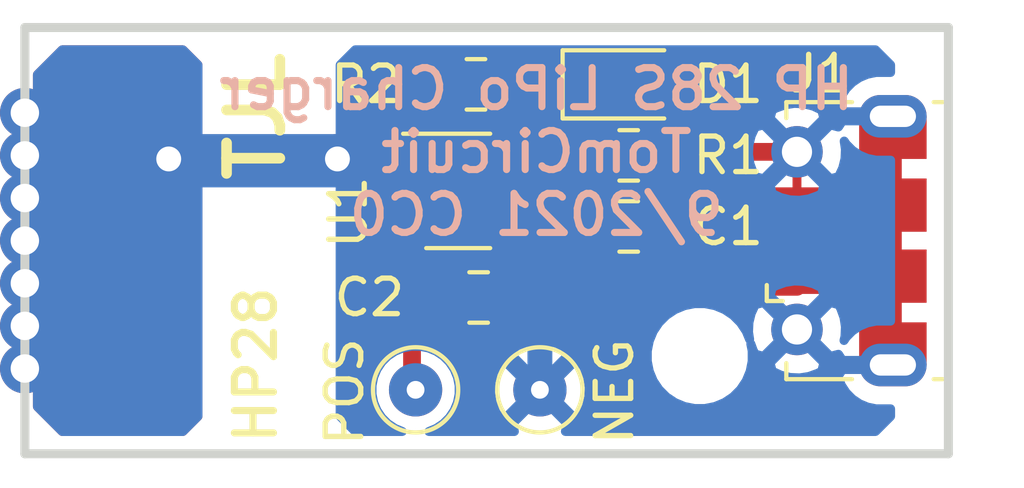
<source format=kicad_pcb>
(kicad_pcb (version 20171130) (host pcbnew "(5.1.9)-1")

  (general
    (thickness 1.6)
    (drawings 13)
    (tracks 54)
    (zones 0)
    (modules 11)
    (nets 8)
  )

  (page A4)
  (title_block
    (title "HP28S LiPo Battery Upgrade")
    (date 2021-10-14)
    (rev 1.1)
    (company tomcircuit@gmail.com)
    (comment 1 https://hackaday.io/project/181957-hp-28s-lipo-battery)
    (comment 2 "CC0 - Public Domain")
  )

  (layers
    (0 F.Cu signal)
    (31 B.Cu signal hide)
    (32 B.Adhes user hide)
    (33 F.Adhes user hide)
    (34 B.Paste user hide)
    (35 F.Paste user hide)
    (36 B.SilkS user hide)
    (37 F.SilkS user)
    (38 B.Mask user hide)
    (39 F.Mask user hide)
    (40 Dwgs.User user)
    (41 Cmts.User user hide)
    (42 Eco1.User user hide)
    (43 Eco2.User user hide)
    (44 Edge.Cuts user)
    (45 Margin user)
    (46 B.CrtYd user hide)
    (47 F.CrtYd user hide)
    (48 B.Fab user hide)
    (49 F.Fab user)
  )

  (setup
    (last_trace_width 0.25)
    (user_trace_width 0.35)
    (user_trace_width 0.5)
    (user_trace_width 0.7)
    (user_trace_width 1)
    (user_trace_width 1.25)
    (user_trace_width 1.5)
    (user_trace_width 2)
    (trace_clearance 0.2)
    (zone_clearance 0.1)
    (zone_45_only no)
    (trace_min 0.2)
    (via_size 0.8)
    (via_drill 0.4)
    (via_min_size 0.55)
    (via_min_drill 0.3)
    (user_via 1 0.5)
    (user_via 1.4 0.7)
    (user_via 2 1)
    (uvia_size 0.55)
    (uvia_drill 0.3)
    (uvias_allowed no)
    (uvia_min_size 0.55)
    (uvia_min_drill 0.3)
    (edge_width 0.05)
    (segment_width 0.2)
    (pcb_text_width 0.3)
    (pcb_text_size 1.5 1.5)
    (mod_edge_width 0.12)
    (mod_text_size 1 1)
    (mod_text_width 0.15)
    (pad_size 1.5 1.5)
    (pad_drill 0.5)
    (pad_to_mask_clearance 0.05)
    (aux_axis_origin 0 0)
    (grid_origin 150 78)
    (visible_elements 7FFFFFFF)
    (pcbplotparams
      (layerselection 0x010f0_ffffffff)
      (usegerberextensions false)
      (usegerberattributes true)
      (usegerberadvancedattributes true)
      (creategerberjobfile true)
      (excludeedgelayer true)
      (linewidth 0.100000)
      (plotframeref true)
      (viasonmask false)
      (mode 1)
      (useauxorigin false)
      (hpglpennumber 1)
      (hpglpenspeed 20)
      (hpglpendiameter 15.000000)
      (psnegative false)
      (psa4output false)
      (plotreference true)
      (plotvalue true)
      (plotinvisibletext false)
      (padsonsilk false)
      (subtractmaskfromsilk false)
      (outputformat 4)
      (mirror false)
      (drillshape 0)
      (scaleselection 1)
      (outputdirectory "Output/"))
  )

  (net 0 "")
  (net 1 GND)
  (net 2 "Net-(D1-Pad1)")
  (net 3 "Net-(J1-Pad2)")
  (net 4 "Net-(R1-Pad1)")
  (net 5 "Net-(R2-Pad1)")
  (net 6 /VUSB)
  (net 7 /POS)

  (net_class Default "This is the default net class."
    (clearance 0.2)
    (trace_width 0.25)
    (via_dia 0.8)
    (via_drill 0.4)
    (uvia_dia 0.55)
    (uvia_drill 0.3)
    (add_net /POS)
    (add_net /VUSB)
    (add_net GND)
    (add_net "Net-(D1-Pad1)")
    (add_net "Net-(J1-Pad2)")
    (add_net "Net-(R1-Pad1)")
    (add_net "Net-(R2-Pad1)")
  )

  (module TestPoint:TestPoint_THTPad_D2.0mm_Drill1.0mm (layer F.Cu) (tedit 6154B370) (tstamp 61552E39)
    (at 148 82.2)
    (descr "THT pad as test Point, diameter 2.0mm, hole diameter 1.0mm")
    (tags "test point THT pad")
    (path /61555C90)
    (attr virtual)
    (fp_text reference TP2 (at 0 0.05) (layer F.SilkS) hide
      (effects (font (size 1 1) (thickness 0.15)))
    )
    (fp_text value POS (at -2 0.05 90) (layer F.Fab)
      (effects (font (size 1 1) (thickness 0.15)))
    )
    (fp_circle (center 0 0) (end 1.5 0) (layer F.CrtYd) (width 0.05))
    (fp_circle (center 0 0) (end 0 1.2) (layer F.SilkS) (width 0.12))
    (fp_text user %R (at 0 0.05) (layer F.Fab)
      (effects (font (size 1 1) (thickness 0.15)))
    )
    (fp_text user POS (at -2 0.05 90) (layer F.SilkS)
      (effects (font (size 1 1) (thickness 0.15)))
    )
    (pad 1 thru_hole circle (at 0 0) (size 1.5 1.5) (drill 0.5) (layers *.Cu *.Mask)
      (net 7 /POS))
  )

  (module Resistor_SMD:R_0805_2012Metric_Pad1.15x1.40mm_HandSolder (layer F.Cu) (tedit 5B36C52B) (tstamp 6154F5CB)
    (at 149.7 73.6)
    (descr "Resistor SMD 0805 (2012 Metric), square (rectangular) end terminal, IPC_7351 nominal with elongated pad for handsoldering. (Body size source: https://docs.google.com/spreadsheets/d/1BsfQQcO9C6DZCsRaXUlFlo91Tg2WpOkGARC1WS5S8t0/edit?usp=sharing), generated with kicad-footprint-generator")
    (tags "resistor handsolder")
    (path /5FA33B5B)
    (attr smd)
    (fp_text reference R2 (at -3.1 0) (layer F.SilkS)
      (effects (font (size 1 1) (thickness 0.15)))
    )
    (fp_text value 470 (at -2.45 -0.1 180) (layer F.Fab)
      (effects (font (size 0.8 0.8) (thickness 0.1)))
    )
    (fp_line (start 1.85 0.95) (end -1.85 0.95) (layer F.CrtYd) (width 0.05))
    (fp_line (start 1.85 -0.95) (end 1.85 0.95) (layer F.CrtYd) (width 0.05))
    (fp_line (start -1.85 -0.95) (end 1.85 -0.95) (layer F.CrtYd) (width 0.05))
    (fp_line (start -1.85 0.95) (end -1.85 -0.95) (layer F.CrtYd) (width 0.05))
    (fp_line (start -0.261252 0.71) (end 0.261252 0.71) (layer F.SilkS) (width 0.12))
    (fp_line (start -0.261252 -0.71) (end 0.261252 -0.71) (layer F.SilkS) (width 0.12))
    (fp_line (start 1 0.6) (end -1 0.6) (layer F.Fab) (width 0.1))
    (fp_line (start 1 -0.6) (end 1 0.6) (layer F.Fab) (width 0.1))
    (fp_line (start -1 -0.6) (end 1 -0.6) (layer F.Fab) (width 0.1))
    (fp_line (start -1 0.6) (end -1 -0.6) (layer F.Fab) (width 0.1))
    (fp_text user %R (at 0 0 180) (layer F.Fab)
      (effects (font (size 0.8 0.8) (thickness 0.1)))
    )
    (pad 2 smd roundrect (at 1.025 0) (size 1.15 1.4) (layers F.Cu F.Paste F.Mask) (roundrect_rratio 0.2173904347826087)
      (net 2 "Net-(D1-Pad1)"))
    (pad 1 smd roundrect (at -1.025 0) (size 1.15 1.4) (layers F.Cu F.Paste F.Mask) (roundrect_rratio 0.2173904347826087)
      (net 5 "Net-(R2-Pad1)"))
    (model ${KISYS3DMOD}/Resistor_SMD.3dshapes/R_0805_2012Metric.wrl
      (at (xyz 0 0 0))
      (scale (xyz 1 1 1))
      (rotate (xyz 0 0 0))
    )
  )

  (module Connector_USB:USB_Micro-B_Molex-105017-0001 (layer F.Cu) (tedit 5FCA4985) (tstamp 5FE16B3C)
    (at 160.2 78 90)
    (descr http://www.molex.com/pdm_docs/sd/1050170001_sd.pdf)
    (tags "Micro-USB SMD Typ-B")
    (path /5FA30285)
    (attr smd)
    (fp_text reference J1 (at 4.7 -0.8 180) (layer F.SilkS)
      (effects (font (size 1 1) (thickness 0.15)))
    )
    (fp_text value USB_B_Micro (at 0.25 4.3 270) (layer F.Fab)
      (effects (font (size 0.8 0.8) (thickness 0.1)))
    )
    (fp_line (start -4.4 3.64) (end 4.4 3.64) (layer F.CrtYd) (width 0.05))
    (fp_line (start 4.4 -2.46) (end 4.4 3.64) (layer F.CrtYd) (width 0.05))
    (fp_line (start -4.4 -2.46) (end 4.4 -2.46) (layer F.CrtYd) (width 0.05))
    (fp_line (start -4.4 3.64) (end -4.4 -2.46) (layer F.CrtYd) (width 0.05))
    (fp_line (start -3.9 -1.7625) (end -3.45 -1.7625) (layer F.SilkS) (width 0.12))
    (fp_line (start -3.9 0.0875) (end -3.9 -1.7625) (layer F.SilkS) (width 0.12))
    (fp_line (start 3.9 2.6375) (end 3.9 2.3875) (layer F.SilkS) (width 0.12))
    (fp_line (start 3.75 3.3875) (end 3.75 -1.6125) (layer F.Fab) (width 0.1))
    (fp_line (start -3 2.689204) (end 3 2.689204) (layer F.Fab) (width 0.1))
    (fp_line (start -3.75 3.389204) (end 3.75 3.389204) (layer F.Fab) (width 0.1))
    (fp_line (start -3.75 -1.6125) (end 3.75 -1.6125) (layer F.Fab) (width 0.1))
    (fp_line (start -3.75 3.3875) (end -3.75 -1.6125) (layer F.Fab) (width 0.1))
    (fp_line (start -3.9 2.6375) (end -3.9 2.3875) (layer F.SilkS) (width 0.12))
    (fp_line (start 3.9 0.0875) (end 3.9 -1.7625) (layer F.SilkS) (width 0.12))
    (fp_line (start 3.9 -1.7625) (end 3.45 -1.7625) (layer F.SilkS) (width 0.12))
    (fp_line (start -1.7 -2.3125) (end -1.25 -2.3125) (layer F.SilkS) (width 0.12))
    (fp_line (start -1.7 -2.3125) (end -1.7 -1.8625) (layer F.SilkS) (width 0.12))
    (fp_line (start -1.3 -1.7125) (end -1.5 -1.9125) (layer F.Fab) (width 0.1))
    (fp_line (start -1.1 -1.9125) (end -1.3 -1.7125) (layer F.Fab) (width 0.1))
    (fp_line (start -1.5 -2.1225) (end -1.1 -2.1225) (layer F.Fab) (width 0.1))
    (fp_line (start -1.5 -2.1225) (end -1.5 -1.9125) (layer F.Fab) (width 0.1))
    (fp_line (start -1.1 -2.1225) (end -1.1 -1.9125) (layer F.Fab) (width 0.1))
    (fp_text user "PCB Edge" (at 0 2.6875 270) (layer F.Fab)
      (effects (font (size 0.5 0.5) (thickness 0.08)))
    )
    (fp_text user %R (at 0 0.8875 270) (layer F.Fab)
      (effects (font (size 0.8 0.8) (thickness 0.1)))
    )
    (pad 6 smd rect (at 1 1.2375 90) (size 1.5 1.9) (layers F.Cu F.Paste F.Mask)
      (net 1 GND))
    (pad 6 thru_hole circle (at -2.5 -1.4625 90) (size 1.45 1.45) (drill 0.85) (layers *.Cu *.Mask)
      (net 1 GND))
    (pad 2 smd rect (at -0.65 -1.4625 90) (size 0.4 1.6) (layers F.Cu F.Paste F.Mask)
      (net 3 "Net-(J1-Pad2)"))
    (pad 1 smd rect (at -1.3 -1.4625 90) (size 0.4 1.6) (layers F.Cu F.Paste F.Mask)
      (net 6 /VUSB))
    (pad 5 smd rect (at 1.3 -1.4625 90) (size 0.4 1.6) (layers F.Cu F.Paste F.Mask)
      (net 1 GND))
    (pad 4 smd rect (at 0.65 -1.4625 90) (size 0.4 1.6) (layers F.Cu F.Paste F.Mask)
      (net 1 GND))
    (pad 3 smd rect (at 0 -1.4625 90) (size 0.4 1.6) (layers F.Cu F.Paste F.Mask)
      (net 3 "Net-(J1-Pad2)"))
    (pad 6 thru_hole circle (at 2.5 -1.4625 90) (size 1.45 1.45) (drill 0.85) (layers *.Cu *.Mask)
      (net 1 GND))
    (pad 6 smd rect (at -1 1.2375 90) (size 1.5 1.9) (layers F.Cu F.Paste F.Mask)
      (net 1 GND))
    (pad 6 thru_hole oval (at -3.5 1.2375 270) (size 1.2 1.9) (drill oval 0.6 1.3) (layers *.Cu *.Mask)
      (net 1 GND))
    (pad 6 thru_hole oval (at 3.5 1.2375 90) (size 1.2 1.9) (drill oval 0.6 1.3) (layers *.Cu *.Mask)
      (net 1 GND))
    (pad 6 smd rect (at 2.9 1.2375 90) (size 1.2 1.9) (layers F.Cu F.Mask)
      (net 1 GND))
    (pad 6 smd rect (at -2.9 1.2375 90) (size 1.2 1.9) (layers F.Cu F.Mask)
      (net 1 GND))
    (model :USBconn:1050170001.stp
      (offset (xyz 0 -1 1))
      (scale (xyz 1 1 1))
      (rotate (xyz 90 180 180))
    )
  )

  (module Capacitor_SMD:C_0805_2012Metric_Pad1.15x1.40mm_HandSolder (layer F.Cu) (tedit 5B36C52B) (tstamp 5FE9530C)
    (at 154 77.6)
    (descr "Capacitor SMD 0805 (2012 Metric), square (rectangular) end terminal, IPC_7351 nominal with elongated pad for handsoldering. (Body size source: https://docs.google.com/spreadsheets/d/1BsfQQcO9C6DZCsRaXUlFlo91Tg2WpOkGARC1WS5S8t0/edit?usp=sharing), generated with kicad-footprint-generator")
    (tags "capacitor handsolder")
    (path /5FA386FD)
    (attr smd)
    (fp_text reference C1 (at 2.8 0 180) (layer F.SilkS)
      (effects (font (size 1 1) (thickness 0.15)))
    )
    (fp_text value 4.7uF (at 2.75 -0.1 180) (layer F.Fab)
      (effects (font (size 0.8 0.8) (thickness 0.1)))
    )
    (fp_line (start 1.85 0.95) (end -1.85 0.95) (layer F.CrtYd) (width 0.05))
    (fp_line (start 1.85 -0.95) (end 1.85 0.95) (layer F.CrtYd) (width 0.05))
    (fp_line (start -1.85 -0.95) (end 1.85 -0.95) (layer F.CrtYd) (width 0.05))
    (fp_line (start -1.85 0.95) (end -1.85 -0.95) (layer F.CrtYd) (width 0.05))
    (fp_line (start -0.261252 0.71) (end 0.261252 0.71) (layer F.SilkS) (width 0.12))
    (fp_line (start -0.261252 -0.71) (end 0.261252 -0.71) (layer F.SilkS) (width 0.12))
    (fp_line (start 1 0.6) (end -1 0.6) (layer F.Fab) (width 0.1))
    (fp_line (start 1 -0.6) (end 1 0.6) (layer F.Fab) (width 0.1))
    (fp_line (start -1 -0.6) (end 1 -0.6) (layer F.Fab) (width 0.1))
    (fp_line (start -1 0.6) (end -1 -0.6) (layer F.Fab) (width 0.1))
    (fp_text user %R (at 0 0 180) (layer F.Fab)
      (effects (font (size 0.8 0.8) (thickness 0.1)))
    )
    (pad 2 smd roundrect (at 1.025 0) (size 1.15 1.4) (layers F.Cu F.Paste F.Mask) (roundrect_rratio 0.2173904347826087)
      (net 1 GND))
    (pad 1 smd roundrect (at -1.025 0) (size 1.15 1.4) (layers F.Cu F.Paste F.Mask) (roundrect_rratio 0.2173904347826087)
      (net 6 /VUSB))
    (model ${KISYS3DMOD}/Capacitor_SMD.3dshapes/C_0805_2012Metric.wrl
      (at (xyz 0 0 0))
      (scale (xyz 1 1 1))
      (rotate (xyz 0 0 0))
    )
  )

  (module Capacitor_SMD:C_0805_2012Metric_Pad1.15x1.40mm_HandSolder (layer F.Cu) (tedit 5B36C52B) (tstamp 5FE80DC3)
    (at 149.775 79.6)
    (descr "Capacitor SMD 0805 (2012 Metric), square (rectangular) end terminal, IPC_7351 nominal with elongated pad for handsoldering. (Body size source: https://docs.google.com/spreadsheets/d/1BsfQQcO9C6DZCsRaXUlFlo91Tg2WpOkGARC1WS5S8t0/edit?usp=sharing), generated with kicad-footprint-generator")
    (tags "capacitor handsolder")
    (path /5FB54FB6)
    (attr smd)
    (fp_text reference C2 (at -3.075 0) (layer F.SilkS)
      (effects (font (size 1 1) (thickness 0.15)))
    )
    (fp_text value 4.7uF (at -2.775 -0.1) (layer F.Fab)
      (effects (font (size 0.8 0.8) (thickness 0.1)))
    )
    (fp_line (start -1 0.6) (end -1 -0.6) (layer F.Fab) (width 0.1))
    (fp_line (start -1 -0.6) (end 1 -0.6) (layer F.Fab) (width 0.1))
    (fp_line (start 1 -0.6) (end 1 0.6) (layer F.Fab) (width 0.1))
    (fp_line (start 1 0.6) (end -1 0.6) (layer F.Fab) (width 0.1))
    (fp_line (start -0.261252 -0.71) (end 0.261252 -0.71) (layer F.SilkS) (width 0.12))
    (fp_line (start -0.261252 0.71) (end 0.261252 0.71) (layer F.SilkS) (width 0.12))
    (fp_line (start -1.85 0.95) (end -1.85 -0.95) (layer F.CrtYd) (width 0.05))
    (fp_line (start -1.85 -0.95) (end 1.85 -0.95) (layer F.CrtYd) (width 0.05))
    (fp_line (start 1.85 -0.95) (end 1.85 0.95) (layer F.CrtYd) (width 0.05))
    (fp_line (start 1.85 0.95) (end -1.85 0.95) (layer F.CrtYd) (width 0.05))
    (fp_text user %R (at 0 0) (layer F.Fab)
      (effects (font (size 0.8 0.8) (thickness 0.1)))
    )
    (pad 1 smd roundrect (at -1.025 0) (size 1.15 1.4) (layers F.Cu F.Paste F.Mask) (roundrect_rratio 0.2173904347826087)
      (net 7 /POS))
    (pad 2 smd roundrect (at 1.025 0) (size 1.15 1.4) (layers F.Cu F.Paste F.Mask) (roundrect_rratio 0.2173904347826087)
      (net 1 GND))
    (model ${KISYS3DMOD}/Capacitor_SMD.3dshapes/C_0805_2012Metric.wrl
      (at (xyz 0 0 0))
      (scale (xyz 1 1 1))
      (rotate (xyz 0 0 0))
    )
  )

  (module Resistor_SMD:R_0805_2012Metric_Pad1.15x1.40mm_HandSolder (layer F.Cu) (tedit 5B36C52B) (tstamp 615518ED)
    (at 154 75.6)
    (descr "Resistor SMD 0805 (2012 Metric), square (rectangular) end terminal, IPC_7351 nominal with elongated pad for handsoldering. (Body size source: https://docs.google.com/spreadsheets/d/1BsfQQcO9C6DZCsRaXUlFlo91Tg2WpOkGARC1WS5S8t0/edit?usp=sharing), generated with kicad-footprint-generator")
    (tags "resistor handsolder")
    (path /5FA320F0)
    (attr smd)
    (fp_text reference R1 (at 2.8 0 180) (layer F.SilkS)
      (effects (font (size 1 1) (thickness 0.15)))
    )
    (fp_text value 10K (at 2.5 -0.1 180) (layer F.Fab)
      (effects (font (size 0.8 0.8) (thickness 0.1)))
    )
    (fp_line (start -1 0.6) (end -1 -0.6) (layer F.Fab) (width 0.1))
    (fp_line (start -1 -0.6) (end 1 -0.6) (layer F.Fab) (width 0.1))
    (fp_line (start 1 -0.6) (end 1 0.6) (layer F.Fab) (width 0.1))
    (fp_line (start 1 0.6) (end -1 0.6) (layer F.Fab) (width 0.1))
    (fp_line (start -0.261252 -0.71) (end 0.261252 -0.71) (layer F.SilkS) (width 0.12))
    (fp_line (start -0.261252 0.71) (end 0.261252 0.71) (layer F.SilkS) (width 0.12))
    (fp_line (start -1.85 0.95) (end -1.85 -0.95) (layer F.CrtYd) (width 0.05))
    (fp_line (start -1.85 -0.95) (end 1.85 -0.95) (layer F.CrtYd) (width 0.05))
    (fp_line (start 1.85 -0.95) (end 1.85 0.95) (layer F.CrtYd) (width 0.05))
    (fp_line (start 1.85 0.95) (end -1.85 0.95) (layer F.CrtYd) (width 0.05))
    (fp_text user %R (at 0 0 180) (layer F.Fab)
      (effects (font (size 0.8 0.8) (thickness 0.1)))
    )
    (pad 1 smd roundrect (at -1.025 0) (size 1.15 1.4) (layers F.Cu F.Paste F.Mask) (roundrect_rratio 0.2173904347826087)
      (net 4 "Net-(R1-Pad1)"))
    (pad 2 smd roundrect (at 1.025 0) (size 1.15 1.4) (layers F.Cu F.Paste F.Mask) (roundrect_rratio 0.2173904347826087)
      (net 1 GND))
    (model ${KISYS3DMOD}/Resistor_SMD.3dshapes/R_0805_2012Metric.wrl
      (at (xyz 0 0 0))
      (scale (xyz 1 1 1))
      (rotate (xyz 0 0 0))
    )
  )

  (module Package_TO_SOT_SMD:SOT-23-5_HandSoldering (layer F.Cu) (tedit 5A0AB76C) (tstamp 61551B95)
    (at 149.2 76.6)
    (descr "5-pin SOT23 package")
    (tags "SOT-23-5 hand-soldering")
    (path /5FA2FB74)
    (attr smd)
    (fp_text reference U1 (at -3.1 0.6 90) (layer F.SilkS)
      (effects (font (size 1 1) (thickness 0.15)))
    )
    (fp_text value MCP73831-2-OT (at -6.7 -0.1) (layer F.Fab)
      (effects (font (size 0.8 0.8) (thickness 0.1)))
    )
    (fp_line (start -0.9 1.61) (end 0.9 1.61) (layer F.SilkS) (width 0.12))
    (fp_line (start 0.9 -1.61) (end -1.55 -1.61) (layer F.SilkS) (width 0.12))
    (fp_line (start -0.9 -0.9) (end -0.25 -1.55) (layer F.Fab) (width 0.1))
    (fp_line (start 0.9 -1.55) (end -0.25 -1.55) (layer F.Fab) (width 0.1))
    (fp_line (start -0.9 -0.9) (end -0.9 1.55) (layer F.Fab) (width 0.1))
    (fp_line (start 0.9 1.55) (end -0.9 1.55) (layer F.Fab) (width 0.1))
    (fp_line (start 0.9 -1.55) (end 0.9 1.55) (layer F.Fab) (width 0.1))
    (fp_line (start -2.38 -1.8) (end 2.38 -1.8) (layer F.CrtYd) (width 0.05))
    (fp_line (start -2.38 -1.8) (end -2.38 1.8) (layer F.CrtYd) (width 0.05))
    (fp_line (start 2.38 1.8) (end 2.38 -1.8) (layer F.CrtYd) (width 0.05))
    (fp_line (start 2.38 1.8) (end -2.38 1.8) (layer F.CrtYd) (width 0.05))
    (fp_text user %R (at 0 0 270) (layer F.Fab)
      (effects (font (size 0.8 0.8) (thickness 0.1)))
    )
    (pad 1 smd rect (at -1.35 -0.95) (size 1.56 0.65) (layers F.Cu F.Paste F.Mask)
      (net 5 "Net-(R2-Pad1)"))
    (pad 2 smd rect (at -1.35 0) (size 1.56 0.65) (layers F.Cu F.Paste F.Mask)
      (net 1 GND))
    (pad 3 smd rect (at -1.35 0.95) (size 1.56 0.65) (layers F.Cu F.Paste F.Mask)
      (net 7 /POS))
    (pad 4 smd rect (at 1.35 0.95) (size 1.56 0.65) (layers F.Cu F.Paste F.Mask)
      (net 6 /VUSB))
    (pad 5 smd rect (at 1.35 -0.95) (size 1.56 0.65) (layers F.Cu F.Paste F.Mask)
      (net 4 "Net-(R1-Pad1)"))
    (model ${KISYS3DMOD}/Package_TO_SOT_SMD.3dshapes/SOT-23-5.wrl
      (at (xyz 0 0 0))
      (scale (xyz 1 1 1))
      (rotate (xyz 0 0 0))
    )
  )

  (module LED_SMD:LED_0805_2012Metric_Pad1.15x1.40mm_HandSolder (layer F.Cu) (tedit 5F68FEF1) (tstamp 61552E20)
    (at 154 73.6)
    (descr "LED SMD 0805 (2012 Metric), square (rectangular) end terminal, IPC_7351 nominal, (Body size source: https://docs.google.com/spreadsheets/d/1BsfQQcO9C6DZCsRaXUlFlo91Tg2WpOkGARC1WS5S8t0/edit?usp=sharing), generated with kicad-footprint-generator")
    (tags "LED handsolder")
    (path /5FA329BC)
    (attr smd)
    (fp_text reference D1 (at 2.8 0) (layer F.SilkS)
      (effects (font (size 1 1) (thickness 0.15)))
    )
    (fp_text value LED (at 2.75 -0.1) (layer F.Fab)
      (effects (font (size 1 1) (thickness 0.15)))
    )
    (fp_line (start 1.85 0.95) (end -1.85 0.95) (layer F.CrtYd) (width 0.05))
    (fp_line (start 1.85 -0.95) (end 1.85 0.95) (layer F.CrtYd) (width 0.05))
    (fp_line (start -1.85 -0.95) (end 1.85 -0.95) (layer F.CrtYd) (width 0.05))
    (fp_line (start -1.85 0.95) (end -1.85 -0.95) (layer F.CrtYd) (width 0.05))
    (fp_line (start -1.86 0.96) (end 1 0.96) (layer F.SilkS) (width 0.12))
    (fp_line (start -1.86 -0.96) (end -1.86 0.96) (layer F.SilkS) (width 0.12))
    (fp_line (start 1 -0.96) (end -1.86 -0.96) (layer F.SilkS) (width 0.12))
    (fp_line (start 1 0.6) (end 1 -0.6) (layer F.Fab) (width 0.1))
    (fp_line (start -1 0.6) (end 1 0.6) (layer F.Fab) (width 0.1))
    (fp_line (start -1 -0.3) (end -1 0.6) (layer F.Fab) (width 0.1))
    (fp_line (start -0.7 -0.6) (end -1 -0.3) (layer F.Fab) (width 0.1))
    (fp_line (start 1 -0.6) (end -0.7 -0.6) (layer F.Fab) (width 0.1))
    (fp_text user %R (at 0 0) (layer F.Fab)
      (effects (font (size 0.5 0.5) (thickness 0.08)))
    )
    (pad 1 smd roundrect (at -1.025 0) (size 1.15 1.4) (layers F.Cu F.Paste F.Mask) (roundrect_rratio 0.2173904347826087)
      (net 2 "Net-(D1-Pad1)"))
    (pad 2 smd roundrect (at 1.025 0) (size 1.15 1.4) (layers F.Cu F.Paste F.Mask) (roundrect_rratio 0.2173904347826087)
      (net 6 /VUSB))
    (model ${KISYS3DMOD}/LED_SMD.3dshapes/LED_0805_2012Metric.wrl
      (at (xyz 0 0 0))
      (scale (xyz 1 1 1))
      (rotate (xyz 0 0 0))
    )
  )

  (module MountingHole:MountingHole_2mm (layer F.Cu) (tedit 5B924920) (tstamp 615557BD)
    (at 144 78)
    (descr "Mounting Hole 2mm, no annular")
    (tags "mounting hole 2mm no annular")
    (path /615566D4)
    (attr virtual)
    (fp_text reference H1 (at 0 0) (layer F.SilkS) hide
      (effects (font (size 1 1) (thickness 0.15)))
    )
    (fp_text value MountingHole (at -4.25 0) (layer F.Fab) hide
      (effects (font (size 1 1) (thickness 0.15)))
    )
    (fp_circle (center 0 0) (end 2.25 0) (layer F.CrtYd) (width 0.05))
    (fp_circle (center 0 0) (end 2 0) (layer Cmts.User) (width 0.15))
    (fp_text user %R (at 0.3 0) (layer F.Fab)
      (effects (font (size 1 1) (thickness 0.15)))
    )
    (pad "" np_thru_hole circle (at 0 0) (size 2 2) (drill 2) (layers *.Cu *.Mask))
  )

  (module MountingHole:MountingHole_2mm (layer F.Cu) (tedit 5B924920) (tstamp 61555428)
    (at 156 81.25)
    (descr "Mounting Hole 2mm, no annular")
    (tags "mounting hole 2mm no annular")
    (path /615571E5)
    (attr virtual)
    (fp_text reference H2 (at 0 0.1) (layer F.SilkS) hide
      (effects (font (size 1 1) (thickness 0.15)))
    )
    (fp_text value MountingHole (at 4.25 0) (layer F.Fab) hide
      (effects (font (size 1 1) (thickness 0.15)))
    )
    (fp_circle (center 0 0) (end 2 0) (layer Cmts.User) (width 0.15))
    (fp_circle (center 0 0) (end 2.25 0) (layer F.CrtYd) (width 0.05))
    (fp_text user %R (at 0.3 0) (layer F.Fab)
      (effects (font (size 1 1) (thickness 0.15)))
    )
    (pad "" np_thru_hole circle (at 0 0) (size 2 2) (drill 2) (layers *.Cu *.Mask))
  )

  (module TestPoint:TestPoint_THTPad_D2.0mm_Drill1.0mm (layer F.Cu) (tedit 6154B35C) (tstamp 61555072)
    (at 151.5 82.2 180)
    (descr "THT pad as test Point, diameter 2.0mm, hole diameter 1.0mm")
    (tags "test point THT pad")
    (path /5FA6481C)
    (attr virtual)
    (fp_text reference TP1 (at 0 -0.05) (layer F.SilkS) hide
      (effects (font (size 1 1) (thickness 0.15)))
    )
    (fp_text value GND (at -2.25 -0.05 90) (layer F.Fab)
      (effects (font (size 1 1) (thickness 0.15)))
    )
    (fp_circle (center 0 0) (end 0 1.2) (layer F.SilkS) (width 0.12))
    (fp_circle (center 0 0) (end 1.5 0) (layer F.CrtYd) (width 0.05))
    (fp_text user %R (at 0 -0.05) (layer F.Fab)
      (effects (font (size 1 1) (thickness 0.15)))
    )
    (fp_text user NEG (at -2.1 -0.05 270) (layer F.SilkS)
      (effects (font (size 1 1) (thickness 0.15)))
    )
    (pad 1 thru_hole circle (at 0 0 180) (size 1.5 1.5) (drill 0.5) (layers *.Cu *.Mask)
      (net 1 GND))
  )

  (gr_line (start 163.6 71.3) (end 163.6 84.9) (layer Dwgs.User) (width 0.15))
  (gr_text TJL (at 143.5 74.5 90) (layer F.SilkS)
    (effects (font (size 1.5 1.5) (thickness 0.3)))
  )
  (gr_text HP28 (at 143.5 81.5 90) (layer F.SilkS)
    (effects (font (size 1.1 1.1) (thickness 0.2)))
  )
  (gr_line (start 137 72) (end 137 84) (layer Edge.Cuts) (width 0.254))
  (gr_line (start 163 72) (end 137 72) (layer Edge.Cuts) (width 0.254))
  (gr_line (start 163 84) (end 163 72) (layer Edge.Cuts) (width 0.254))
  (gr_line (start 137 84) (end 163 84) (layer Edge.Cuts) (width 0.254))
  (gr_poly (pts (xy 141.997338 72) (xy 142.002662 84) (xy 137.1 84) (xy 137.094676 72)) (layer F.Mask) (width 0.1) (tstamp 5FCA7456))
  (gr_line (start 183.147803 77.455545) (end 118.147803 77.455545) (layer Eco1.User) (width 0.15))
  (gr_line (start 119.304496 86.072378) (end 180.554496 86.072378) (layer Eco1.User) (width 0.15) (tstamp 5FCA4F15))
  (gr_line (start 119.144756 69.036614) (end 180.394756 69.036614) (layer Eco1.User) (width 0.15) (tstamp 5FCA4FE4))
  (gr_poly (pts (xy 141.95 72) (xy 142.05 84) (xy 137.1 84.000001) (xy 137 72.000001)) (layer B.Mask) (width 0.1) (tstamp 61554659))
  (gr_text "HP 28S LiPo Charger\nTomCircuit\n9/2021 CC0" (at 151.4 75.5) (layer B.SilkS) (tstamp 615550AC)
    (effects (font (size 1.1 1.1) (thickness 0.2)) (justify mirror))
  )

  (via (at 137 78) (size 1.4) (drill 0.8) (layers F.Cu B.Cu) (net 1))
  (via (at 137 76.8) (size 1.4) (drill 0.8) (layers F.Cu B.Cu) (net 1))
  (via (at 137 79.2) (size 1.4) (drill 0.8) (layers F.Cu B.Cu) (net 1))
  (via (at 137 75.6) (size 1.4) (drill 0.8) (layers F.Cu B.Cu) (net 1))
  (via (at 137 80.4) (size 1.4) (drill 0.8) (layers F.Cu B.Cu) (net 1))
  (via (at 137 74.4) (size 1.4) (drill 0.8) (layers F.Cu B.Cu) (net 1))
  (via (at 137 81.6) (size 1.4) (drill 0.8) (layers F.Cu B.Cu) (net 1))
  (segment (start 155.025 77.6) (end 155.025 75.6) (width 0.5) (layer F.Cu) (net 1))
  (segment (start 155.125 75.5) (end 155.025 75.6) (width 0.5) (layer F.Cu) (net 1))
  (segment (start 158.7375 75.5) (end 155.125 75.5) (width 0.5) (layer F.Cu) (net 1))
  (segment (start 161.4375 77) (end 161.4375 74.5) (width 0.5) (layer F.Cu) (net 1))
  (segment (start 161.4375 79) (end 161.4375 80.9) (width 0.5) (layer F.Cu) (net 1))
  (segment (start 161.4375 77) (end 161.4375 79) (width 0.5) (layer F.Cu) (net 1))
  (segment (start 158.7375 76.7) (end 158.7375 75.5) (width 0.25) (layer F.Cu) (net 1))
  (segment (start 158.7375 77.35) (end 158.7375 76.7) (width 0.25) (layer F.Cu) (net 1))
  (via (at 145.8 75.7) (size 1.4) (drill 0.7) (layers F.Cu B.Cu) (net 1))
  (segment (start 146.7 76.6) (end 145.8 75.7) (width 0.5) (layer F.Cu) (net 1))
  (segment (start 147.85 76.6) (end 146.7 76.6) (width 0.5) (layer F.Cu) (net 1))
  (segment (start 151.5 80.3) (end 151.5 82.2) (width 0.5) (layer F.Cu) (net 1))
  (segment (start 150.8 79.6) (end 151.5 80.3) (width 0.5) (layer F.Cu) (net 1))
  (segment (start 139.5 82.2) (end 137.8 82.2) (width 0.35) (layer F.Cu) (net 1))
  (segment (start 137.8 82.2) (end 137.8 75.2) (width 0.7) (layer F.Cu) (net 1))
  (segment (start 137.8 75.2) (end 137.8 74.5) (width 0.7) (layer F.Cu) (net 1))
  (segment (start 138.3 75.7) (end 137.8 75.2) (width 0.7) (layer F.Cu) (net 1))
  (segment (start 137.77701 75.7) (end 137.67701 75.6) (width 0.7) (layer B.Cu) (net 1))
  (segment (start 145.8 75.7) (end 151.45 75.7) (width 0.7) (layer B.Cu) (net 1))
  (segment (start 151.5 75.75) (end 151.5 82.2) (width 0.7) (layer B.Cu) (net 1))
  (segment (start 151.45 75.7) (end 151.5 75.75) (width 0.7) (layer B.Cu) (net 1))
  (segment (start 141.3 75.7) (end 141.3 75.2) (width 1) (layer B.Cu) (net 1))
  (segment (start 141.3 75.7) (end 141.05 75.7) (width 1) (layer B.Cu) (net 1))
  (segment (start 141.05 75.7) (end 137.77701 75.7) (width 1) (layer B.Cu) (net 1) (tstamp 6155573D))
  (via (at 141.05 75.7) (size 1.4) (drill 0.7) (layers F.Cu B.Cu) (net 1))
  (segment (start 150.725 73.6) (end 152.975 73.6) (width 0.5) (layer F.Cu) (net 2))
  (segment (start 158.7375 78) (end 158.7375 78.65) (width 0.25) (layer F.Cu) (net 3))
  (segment (start 150.6 75.6) (end 150.55 75.65) (width 0.5) (layer F.Cu) (net 4))
  (segment (start 152.975 75.6) (end 150.6 75.6) (width 0.5) (layer F.Cu) (net 4))
  (segment (start 147.85 74.425) (end 148.675 73.6) (width 0.5) (layer F.Cu) (net 5))
  (segment (start 147.85 75.65) (end 147.85 74.425) (width 0.5) (layer F.Cu) (net 5))
  (segment (start 152.925 77.55) (end 152.975 77.6) (width 0.5) (layer F.Cu) (net 6))
  (segment (start 150.55 77.55) (end 152.925 77.55) (width 0.5) (layer F.Cu) (net 6))
  (segment (start 152.975 77.6) (end 153.7 77.6) (width 0.25) (layer F.Cu) (net 6))
  (segment (start 153.7 77.6) (end 154 77.3) (width 0.25) (layer F.Cu) (net 6))
  (segment (start 154 77.3) (end 154 73.9) (width 0.25) (layer F.Cu) (net 6))
  (segment (start 154 73.9) (end 154.3 73.6) (width 0.25) (layer F.Cu) (net 6))
  (segment (start 154.3 73.6) (end 155.025 73.6) (width 0.25) (layer F.Cu) (net 6))
  (segment (start 152.975 78.575) (end 152.975 77.6) (width 0.5) (layer F.Cu) (net 6))
  (segment (start 153.7 79.3) (end 152.975 78.575) (width 0.5) (layer F.Cu) (net 6))
  (segment (start 158.7375 79.3) (end 153.7 79.3) (width 0.5) (layer F.Cu) (net 6))
  (segment (start 148.75 79.6) (end 148.75 79.55) (width 0.5) (layer F.Cu) (net 7))
  (segment (start 147.85 78.65) (end 147.85 77.55) (width 0.5) (layer F.Cu) (net 7))
  (segment (start 148.75 79.55) (end 147.85 78.65) (width 0.5) (layer F.Cu) (net 7))
  (segment (start 147.9 82.1) (end 148 82.2) (width 0.5) (layer F.Cu) (net 7))
  (segment (start 147.9 80.45) (end 147.9 82.1) (width 0.5) (layer F.Cu) (net 7))
  (segment (start 148.75 79.6) (end 147.9 80.45) (width 0.5) (layer F.Cu) (net 7))

  (zone (net 1) (net_name GND) (layer F.Cu) (tstamp 61555A8C) (hatch edge 0.508)
    (connect_pads (clearance 0.1))
    (min_thickness 0.254)
    (fill yes (arc_segments 32) (thermal_gap 0.508) (thermal_bridge_width 0.508))
    (polygon
      (pts
        (xy 142 73) (xy 142 83) (xy 141.5 83.5) (xy 138 83.5) (xy 137 82.5)
        (xy 137 73.5) (xy 138 72.5) (xy 141.5 72.5)
      )
    )
    (filled_polygon
      (pts
        (xy 141.873 73.052606) (xy 141.873 82.947394) (xy 141.447394 83.373) (xy 138.052606 83.373) (xy 137.354 82.674394)
        (xy 137.354 73.325606) (xy 138.052606 72.627) (xy 141.447394 72.627)
      )
    )
  )
  (zone (net 1) (net_name GND) (layer B.Cu) (tstamp 61555A89) (hatch edge 0.508)
    (connect_pads (clearance 0.1))
    (min_thickness 0.254)
    (fill yes (arc_segments 32) (thermal_gap 0.508) (thermal_bridge_width 0.508))
    (polygon
      (pts
        (xy 142 73) (xy 142 83) (xy 141.5 83.5) (xy 138 83.5) (xy 137 82.5)
        (xy 137 73.5) (xy 138 72.5) (xy 141.5 72.5)
      )
    )
    (filled_polygon
      (pts
        (xy 141.873 73.052606) (xy 141.873 82.947394) (xy 141.447394 83.373) (xy 138.052606 83.373) (xy 137.354 82.674394)
        (xy 137.354 73.325606) (xy 138.052606 72.627) (xy 141.447394 72.627)
      )
    )
  )
  (zone (net 1) (net_name GND) (layer B.Cu) (tstamp 61555A86) (hatch edge 0.508)
    (connect_pads (clearance 0.35))
    (min_thickness 0.254)
    (fill yes (arc_segments 32) (thermal_gap 0.508) (thermal_bridge_width 0.508))
    (polygon
      (pts
        (xy 161.5 73) (xy 161.5 83) (xy 161 83.5) (xy 146.25 83.5) (xy 145.75 83)
        (xy 145.75 73) (xy 146.25 72.5) (xy 161 72.5)
      )
    )
    (filled_polygon
      (pts
        (xy 161.373 73.052606) (xy 161.373 73.265) (xy 160.9605 73.265) (xy 160.722004 73.313507) (xy 160.497554 73.40761)
        (xy 160.295775 73.543693) (xy 160.124422 73.716526) (xy 159.990079 73.919467) (xy 159.897909 74.144718) (xy 159.894038 74.182391)
        (xy 160.018769 74.373) (xy 161.3105 74.373) (xy 161.3105 74.353) (xy 161.373 74.353) (xy 161.373 74.647)
        (xy 161.3105 74.647) (xy 161.3105 74.627) (xy 160.018769 74.627) (xy 159.904997 74.800862) (xy 159.676633 74.740472)
        (xy 158.917105 75.5) (xy 159.676633 76.259528) (xy 159.91295 76.197035) (xy 160.02635 75.954322) (xy 160.090219 75.694151)
        (xy 160.102104 75.426518) (xy 160.066885 75.196558) (xy 160.124422 75.283474) (xy 160.295775 75.456307) (xy 160.497554 75.59239)
        (xy 160.722004 75.686493) (xy 160.9605 75.735) (xy 161.373 75.735) (xy 161.373 80.265) (xy 160.9605 80.265)
        (xy 160.722004 80.313507) (xy 160.497554 80.40761) (xy 160.295775 80.543693) (xy 160.124422 80.716526) (xy 160.061329 80.811836)
        (xy 160.090219 80.694151) (xy 160.102104 80.426518) (xy 160.061548 80.161709) (xy 159.970109 79.9099) (xy 159.91295 79.802965)
        (xy 159.676633 79.740472) (xy 158.917105 80.5) (xy 159.676633 81.259528) (xy 159.904997 81.199138) (xy 160.018769 81.373)
        (xy 161.3105 81.373) (xy 161.3105 81.353) (xy 161.373 81.353) (xy 161.373 81.647) (xy 161.3105 81.647)
        (xy 161.3105 81.627) (xy 160.018769 81.627) (xy 159.894038 81.817609) (xy 159.897909 81.855282) (xy 159.990079 82.080533)
        (xy 160.124422 82.283474) (xy 160.295775 82.456307) (xy 160.497554 82.59239) (xy 160.722004 82.686493) (xy 160.9605 82.735)
        (xy 161.373 82.735) (xy 161.373 82.947394) (xy 160.947394 83.373) (xy 152.218134 83.373) (xy 152.277388 83.156993)
        (xy 151.5 82.379605) (xy 150.722612 83.156993) (xy 150.781866 83.373) (xy 148.374433 83.373) (xy 148.581202 83.287353)
        (xy 148.782167 83.153073) (xy 148.953073 82.982167) (xy 149.087353 82.781202) (xy 149.179847 82.557903) (xy 149.227 82.320849)
        (xy 149.227 82.272492) (xy 150.110188 82.272492) (xy 150.151035 82.542238) (xy 150.243723 82.798832) (xy 150.30414 82.911863)
        (xy 150.543007 82.977388) (xy 151.320395 82.2) (xy 151.679605 82.2) (xy 152.456993 82.977388) (xy 152.69586 82.911863)
        (xy 152.81176 82.664884) (xy 152.87725 82.40004) (xy 152.889812 82.127508) (xy 152.848965 81.857762) (xy 152.756277 81.601168)
        (xy 152.69586 81.488137) (xy 152.456993 81.422612) (xy 151.679605 82.2) (xy 151.320395 82.2) (xy 150.543007 81.422612)
        (xy 150.30414 81.488137) (xy 150.18824 81.735116) (xy 150.12275 81.99996) (xy 150.110188 82.272492) (xy 149.227 82.272492)
        (xy 149.227 82.079151) (xy 149.179847 81.842097) (xy 149.087353 81.618798) (xy 148.953073 81.417833) (xy 148.782167 81.246927)
        (xy 148.776301 81.243007) (xy 150.722612 81.243007) (xy 151.5 82.020395) (xy 152.277388 81.243007) (xy 152.239402 81.104528)
        (xy 154.523 81.104528) (xy 154.523 81.395472) (xy 154.57976 81.680825) (xy 154.691099 81.949622) (xy 154.852739 82.191533)
        (xy 155.058467 82.397261) (xy 155.300378 82.558901) (xy 155.569175 82.67024) (xy 155.854528 82.727) (xy 156.145472 82.727)
        (xy 156.430825 82.67024) (xy 156.699622 82.558901) (xy 156.941533 82.397261) (xy 157.147261 82.191533) (xy 157.308901 81.949622)
        (xy 157.42024 81.680825) (xy 157.468315 81.439133) (xy 157.977972 81.439133) (xy 158.040465 81.67545) (xy 158.283178 81.78885)
        (xy 158.543349 81.852719) (xy 158.810982 81.864604) (xy 159.075791 81.824048) (xy 159.3276 81.732609) (xy 159.434535 81.67545)
        (xy 159.497028 81.439133) (xy 158.7375 80.679605) (xy 157.977972 81.439133) (xy 157.468315 81.439133) (xy 157.477 81.395472)
        (xy 157.477 81.104528) (xy 157.43687 80.902781) (xy 157.504891 81.0901) (xy 157.56205 81.197035) (xy 157.798367 81.259528)
        (xy 158.557895 80.5) (xy 157.798367 79.740472) (xy 157.56205 79.802965) (xy 157.44865 80.045678) (xy 157.384781 80.305849)
        (xy 157.372896 80.573482) (xy 157.404825 80.781959) (xy 157.308901 80.550378) (xy 157.147261 80.308467) (xy 156.941533 80.102739)
        (xy 156.699622 79.941099) (xy 156.430825 79.82976) (xy 156.145472 79.773) (xy 155.854528 79.773) (xy 155.569175 79.82976)
        (xy 155.300378 79.941099) (xy 155.058467 80.102739) (xy 154.852739 80.308467) (xy 154.691099 80.550378) (xy 154.57976 80.819175)
        (xy 154.523 81.104528) (xy 152.239402 81.104528) (xy 152.211863 81.00414) (xy 151.964884 80.88824) (xy 151.70004 80.82275)
        (xy 151.427508 80.810188) (xy 151.157762 80.851035) (xy 150.901168 80.943723) (xy 150.788137 81.00414) (xy 150.722612 81.243007)
        (xy 148.776301 81.243007) (xy 148.581202 81.112647) (xy 148.357903 81.020153) (xy 148.120849 80.973) (xy 147.879151 80.973)
        (xy 147.642097 81.020153) (xy 147.418798 81.112647) (xy 147.217833 81.246927) (xy 147.046927 81.417833) (xy 146.912647 81.618798)
        (xy 146.820153 81.842097) (xy 146.773 82.079151) (xy 146.773 82.320849) (xy 146.820153 82.557903) (xy 146.912647 82.781202)
        (xy 147.046927 82.982167) (xy 147.217833 83.153073) (xy 147.418798 83.287353) (xy 147.625567 83.373) (xy 146.302606 83.373)
        (xy 145.877 82.947394) (xy 145.877 79.560867) (xy 157.977972 79.560867) (xy 158.7375 80.320395) (xy 159.497028 79.560867)
        (xy 159.434535 79.32455) (xy 159.191822 79.21115) (xy 158.931651 79.147281) (xy 158.664018 79.135396) (xy 158.399209 79.175952)
        (xy 158.1474 79.267391) (xy 158.040465 79.32455) (xy 157.977972 79.560867) (xy 145.877 79.560867) (xy 145.877 76.439133)
        (xy 157.977972 76.439133) (xy 158.040465 76.67545) (xy 158.283178 76.78885) (xy 158.543349 76.852719) (xy 158.810982 76.864604)
        (xy 159.075791 76.824048) (xy 159.3276 76.732609) (xy 159.434535 76.67545) (xy 159.497028 76.439133) (xy 158.7375 75.679605)
        (xy 157.977972 76.439133) (xy 145.877 76.439133) (xy 145.877 75.573482) (xy 157.372896 75.573482) (xy 157.413452 75.838291)
        (xy 157.504891 76.0901) (xy 157.56205 76.197035) (xy 157.798367 76.259528) (xy 158.557895 75.5) (xy 157.798367 74.740472)
        (xy 157.56205 74.802965) (xy 157.44865 75.045678) (xy 157.384781 75.305849) (xy 157.372896 75.573482) (xy 145.877 75.573482)
        (xy 145.877 74.560867) (xy 157.977972 74.560867) (xy 158.7375 75.320395) (xy 159.497028 74.560867) (xy 159.434535 74.32455)
        (xy 159.191822 74.21115) (xy 158.931651 74.147281) (xy 158.664018 74.135396) (xy 158.399209 74.175952) (xy 158.1474 74.267391)
        (xy 158.040465 74.32455) (xy 157.977972 74.560867) (xy 145.877 74.560867) (xy 145.877 73.052606) (xy 146.302606 72.627)
        (xy 160.947394 72.627)
      )
    )
  )
  (zone (net 1) (net_name GND) (layer B.Cu) (tstamp 61555A83) (hatch edge 0.508)
    (connect_pads (clearance 0.35))
    (min_thickness 0.254)
    (fill yes (arc_segments 32) (thermal_gap 0.508) (thermal_bridge_width 0.508))
    (polygon
      (pts
        (xy 146 76.5) (xy 141.75 76.5) (xy 141.75 75) (xy 146 75)
      )
    )
    (filled_polygon
      (pts
        (xy 145.873 76.373) (xy 141.877 76.373) (xy 141.877 75.127) (xy 145.873 75.127)
      )
    )
  )
)

</source>
